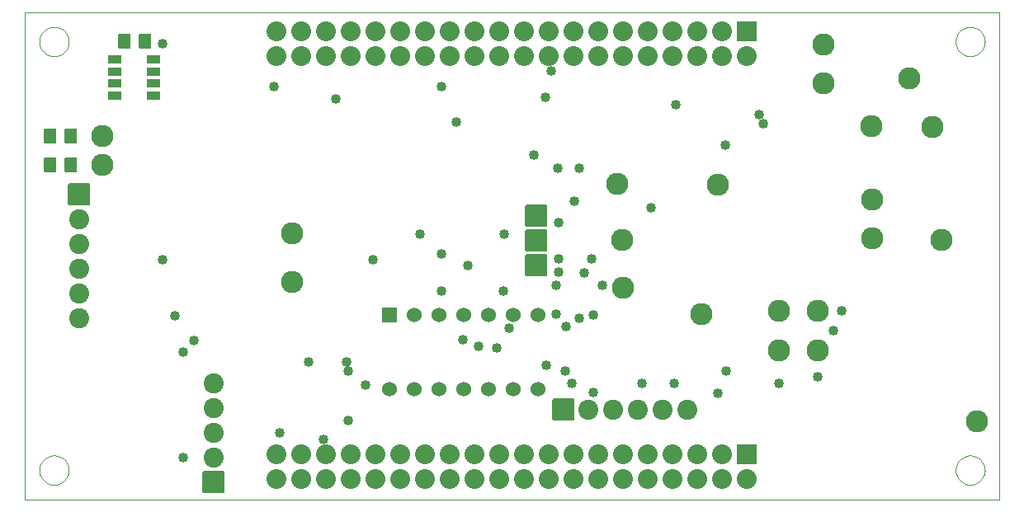
<source format=gbr>
G04 PROTEUS GERBER X2 FILE*
%TF.GenerationSoftware,Labcenter,Proteus,8.16-SP3-Build36097*%
%TF.CreationDate,2025-11-07T09:34:26+00:00*%
%TF.FileFunction,Soldermask,Top*%
%TF.FilePolarity,Negative*%
%TF.Part,Single*%
%TF.SameCoordinates,{86f2edb6-a998-41b4-a695-59585592bfa3}*%
%FSLAX45Y45*%
%MOMM*%
G01*
%TA.AperFunction,Material*%
%ADD34C,1.016000*%
%AMPPAD029*
4,1,36,
1.143000,1.016000,
1.143000,-1.016000,
1.140420,-1.041590,
1.133020,-1.065430,
1.121310,-1.087000,
1.105800,-1.105800,
1.087000,-1.121310,
1.065430,-1.133020,
1.041590,-1.140420,
1.016000,-1.143000,
-1.016000,-1.143000,
-1.041590,-1.140420,
-1.065430,-1.133020,
-1.087000,-1.121310,
-1.105800,-1.105800,
-1.121310,-1.087000,
-1.133020,-1.065430,
-1.140420,-1.041590,
-1.143000,-1.016000,
-1.143000,1.016000,
-1.140420,1.041590,
-1.133020,1.065430,
-1.121310,1.087000,
-1.105800,1.105800,
-1.087000,1.121310,
-1.065430,1.133020,
-1.041590,1.140420,
-1.016000,1.143000,
1.016000,1.143000,
1.041590,1.140420,
1.065430,1.133020,
1.087000,1.121310,
1.105800,1.105800,
1.121310,1.087000,
1.133020,1.065430,
1.140420,1.041590,
1.143000,1.016000,
0*%
%TA.AperFunction,Material*%
%ADD35PPAD029*%
%AMPPAD030*
4,1,36,
0.508000,-0.762000,
-0.508000,-0.762000,
-0.533590,-0.759420,
-0.557430,-0.752020,
-0.579000,-0.740310,
-0.597800,-0.724800,
-0.613310,-0.706000,
-0.625020,-0.684430,
-0.632420,-0.660590,
-0.635000,-0.635000,
-0.635000,0.635000,
-0.632420,0.660590,
-0.625020,0.684430,
-0.613310,0.706000,
-0.597800,0.724800,
-0.579000,0.740310,
-0.557430,0.752020,
-0.533590,0.759420,
-0.508000,0.762000,
0.508000,0.762000,
0.533590,0.759420,
0.557430,0.752020,
0.579000,0.740310,
0.597800,0.724800,
0.613310,0.706000,
0.625020,0.684430,
0.632420,0.660590,
0.635000,0.635000,
0.635000,-0.635000,
0.632420,-0.660590,
0.625020,-0.684430,
0.613310,-0.706000,
0.597800,-0.724800,
0.579000,-0.740310,
0.557430,-0.752020,
0.533590,-0.759420,
0.508000,-0.762000,
0*%
%TA.AperFunction,Material*%
%ADD36PPAD030*%
%AMPPAD031*
4,1,36,
-0.550000,0.427000,
0.550000,0.427000,
0.575590,0.424420,
0.599430,0.417020,
0.621000,0.405310,
0.639800,0.389800,
0.655310,0.371000,
0.667020,0.349430,
0.674420,0.325590,
0.677000,0.300000,
0.677000,-0.300000,
0.674420,-0.325590,
0.667020,-0.349430,
0.655310,-0.371000,
0.639800,-0.389800,
0.621000,-0.405310,
0.599430,-0.417020,
0.575590,-0.424420,
0.550000,-0.427000,
-0.550000,-0.427000,
-0.575590,-0.424420,
-0.599430,-0.417020,
-0.621000,-0.405310,
-0.639800,-0.389800,
-0.655310,-0.371000,
-0.667020,-0.349430,
-0.674420,-0.325590,
-0.677000,-0.300000,
-0.677000,0.300000,
-0.674420,0.325590,
-0.667020,0.349430,
-0.655310,0.371000,
-0.639800,0.389800,
-0.621000,0.405310,
-0.599430,0.417020,
-0.575590,0.424420,
-0.550000,0.427000,
0*%
%TA.AperFunction,Material*%
%ADD37PPAD031*%
%TA.AperFunction,Material*%
%ADD38C,2.286000*%
%AMPPAD033*
4,1,36,
-1.143000,1.016000,
-1.143000,-1.016000,
-1.140420,-1.041590,
-1.133020,-1.065430,
-1.121310,-1.087000,
-1.105800,-1.105800,
-1.087000,-1.121310,
-1.065430,-1.133020,
-1.041590,-1.140420,
-1.016000,-1.143000,
1.016000,-1.143000,
1.041590,-1.140420,
1.065430,-1.133020,
1.087000,-1.121310,
1.105800,-1.105800,
1.121310,-1.087000,
1.133020,-1.065430,
1.140420,-1.041590,
1.143000,-1.016000,
1.143000,1.016000,
1.140420,1.041590,
1.133020,1.065430,
1.121310,1.087000,
1.105800,1.105800,
1.087000,1.121310,
1.065430,1.133020,
1.041590,1.140420,
1.016000,1.143000,
-1.016000,1.143000,
-1.041590,1.140420,
-1.065430,1.133020,
-1.087000,1.121310,
-1.105800,1.105800,
-1.121310,1.087000,
-1.133020,1.065430,
-1.140420,1.041590,
-1.143000,1.016000,
0*%
%TA.AperFunction,Material*%
%ADD39PPAD033*%
%ADD40C,2.054000*%
%AMPPAD035*
4,1,36,
-0.635000,-0.762000,
0.635000,-0.762000,
0.660590,-0.759420,
0.684430,-0.752020,
0.706000,-0.740310,
0.724800,-0.724800,
0.740310,-0.706000,
0.752020,-0.684430,
0.759420,-0.660590,
0.762000,-0.635000,
0.762000,0.635000,
0.759420,0.660590,
0.752020,0.684430,
0.740310,0.706000,
0.724800,0.724800,
0.706000,0.740310,
0.684430,0.752020,
0.660590,0.759420,
0.635000,0.762000,
-0.635000,0.762000,
-0.660590,0.759420,
-0.684430,0.752020,
-0.706000,0.740310,
-0.724800,0.724800,
-0.740310,0.706000,
-0.752020,0.684430,
-0.759420,0.660590,
-0.762000,0.635000,
-0.762000,-0.635000,
-0.759420,-0.660590,
-0.752020,-0.684430,
-0.740310,-0.706000,
-0.724800,-0.724800,
-0.706000,-0.740310,
-0.684430,-0.752020,
-0.660590,-0.759420,
-0.635000,-0.762000,
0*%
%TA.AperFunction,Material*%
%ADD41PPAD035*%
%ADD42C,1.524000*%
%AMPPAD037*
4,1,36,
0.889000,-1.016000,
-0.889000,-1.016000,
-0.914590,-1.013420,
-0.938430,-1.006020,
-0.960000,-0.994310,
-0.978800,-0.978800,
-0.994310,-0.960000,
-1.006020,-0.938430,
-1.013420,-0.914590,
-1.016000,-0.889000,
-1.016000,0.889000,
-1.013420,0.914590,
-1.006020,0.938430,
-0.994310,0.960000,
-0.978800,0.978800,
-0.960000,0.994310,
-0.938430,1.006020,
-0.914590,1.013420,
-0.889000,1.016000,
0.889000,1.016000,
0.914590,1.013420,
0.938430,1.006020,
0.960000,0.994310,
0.978800,0.978800,
0.994310,0.960000,
1.006020,0.938430,
1.013420,0.914590,
1.016000,0.889000,
1.016000,-0.889000,
1.013420,-0.914590,
1.006020,-0.938430,
0.994310,-0.960000,
0.978800,-0.978800,
0.960000,-0.994310,
0.938430,-1.006020,
0.914590,-1.013420,
0.889000,-1.016000,
0*%
%TA.AperFunction,Material*%
%ADD43PPAD037*%
%ADD44C,2.032000*%
%TA.AperFunction,Profile*%
%ADD20C,0.101600*%
%TD.AperFunction*%
D34*
X+160000Y-530000D03*
X+110000Y+670000D03*
X+2010000Y+1560000D03*
X+1150000Y+1660000D03*
X-557000Y-632000D03*
X+1665500Y-1076500D03*
X-190000Y+1740000D03*
X+23360Y-620000D03*
X+1660000Y+1250000D03*
X-2030000Y-1220000D03*
X-874500Y-822500D03*
X-50000Y+80000D03*
X+290000Y+80000D03*
X-1470000Y+330000D03*
X-610000Y+330000D03*
X-48037Y-61963D03*
X+214706Y-68824D03*
X-980000Y+12000D03*
X+1133360Y-1200000D03*
X+2210000Y-1200000D03*
X+2850000Y-460000D03*
X-1030000Y-750000D03*
X+2610000Y-1130000D03*
X-686000Y-840000D03*
X+800000Y-1200000D03*
X+80000Y-1200000D03*
X-620500Y-251000D03*
X+14500Y-1076500D03*
X-1255500Y+1844500D03*
X-2970000Y+1844500D03*
X-176000Y-1013000D03*
X-4113000Y+2289000D03*
X+1580000Y-1300000D03*
X+300000Y-1290000D03*
X+2046500Y+1463500D03*
X-1100000Y+1480000D03*
X-60000Y+1010000D03*
X+160000Y+1010000D03*
X+2770000Y-660000D03*
X+300000Y-500000D03*
X-2208000Y-1584500D03*
X-3795500Y-759000D03*
X-4113000Y+66500D03*
X-1954000Y+66500D03*
X-49000Y+447500D03*
X-1255500Y+130000D03*
X-2230000Y-980000D03*
X-2620000Y-980000D03*
X+400000Y-190000D03*
X-80000Y-190000D03*
X-80000Y-490000D03*
X-303000Y+1146000D03*
X-3900000Y-1966000D03*
X-3900000Y-880000D03*
X+893971Y+603016D03*
X-2912000Y-1712000D03*
X-1255500Y-251000D03*
X-2335000Y+1717500D03*
X-2462000Y-1775000D03*
X-3986000Y-505000D03*
X-2208000Y-1076500D03*
X-130000Y+2010000D03*
D35*
X-280000Y+520000D03*
X-280000Y+266000D03*
X-280000Y+12000D03*
D36*
X-5056640Y+1340000D03*
X-5270000Y+1340000D03*
X-5056640Y+1040000D03*
X-5270000Y+1040000D03*
X-4508360Y+2315000D03*
X-4295000Y+2315000D03*
D37*
X-4210000Y+2130000D03*
X-4210000Y+2000000D03*
X-4210000Y+1880000D03*
X-4210000Y+1750000D03*
X-4610000Y+1750000D03*
X-4610000Y+1880000D03*
X-4610000Y+2000000D03*
X-4610000Y+2130000D03*
D38*
X+2670000Y+2280000D03*
X+2670000Y+1880000D03*
X+3550000Y+1930000D03*
X+3160000Y+1440000D03*
X+3780000Y+1430000D03*
X+3170000Y+690000D03*
X+3170000Y+290000D03*
X+3880000Y+270000D03*
X+550000Y+850000D03*
X+1580000Y+840000D03*
X+600000Y+270000D03*
X+610000Y-220000D03*
X+1410000Y-490000D03*
X+2210000Y-460000D03*
X+2610000Y-460000D03*
X+2210000Y-860000D03*
X+2610000Y-860000D03*
X-4730000Y+1340000D03*
X-4730000Y+1040000D03*
X-2790000Y+340000D03*
X-2790000Y-160000D03*
D39*
X-4970000Y+740000D03*
D40*
X-4970000Y+486000D03*
X-4970000Y+232000D03*
X-4970000Y-22000D03*
X-4970000Y-276000D03*
X-4970000Y-530000D03*
D41*
X-1790000Y-498000D03*
D42*
X-1536000Y-498000D03*
X-1282000Y-498000D03*
X-1028000Y-498000D03*
X-774000Y-498000D03*
X-520000Y-498000D03*
X-266000Y-498000D03*
X-266000Y-1260000D03*
X-520000Y-1260000D03*
X-774000Y-1260000D03*
X-1028000Y-1260000D03*
X-1282000Y-1260000D03*
X-1536000Y-1260000D03*
X-1790000Y-1260000D03*
D35*
X-3590000Y-2220000D03*
D40*
X-3590000Y-1966000D03*
X-3590000Y-1712000D03*
X-3590000Y-1458000D03*
X-3590000Y-1204000D03*
D38*
X+4240000Y-1590000D03*
D43*
X+1876000Y+2414000D03*
D44*
X+1622000Y+2414000D03*
X+1368000Y+2414000D03*
X+1114000Y+2414000D03*
X+860000Y+2414000D03*
X+606000Y+2414000D03*
X+352000Y+2414000D03*
X+98000Y+2414000D03*
X-156000Y+2414000D03*
X-410000Y+2414000D03*
X-664000Y+2414000D03*
X-918000Y+2414000D03*
X-1172000Y+2414000D03*
X-1426000Y+2414000D03*
X-1680000Y+2414000D03*
X-1934000Y+2414000D03*
X-2188000Y+2414000D03*
X-2442000Y+2414000D03*
X-2696000Y+2414000D03*
X-2950000Y+2414000D03*
X-2950000Y+2160000D03*
X-2696000Y+2160000D03*
X-2442000Y+2160000D03*
X-2188000Y+2160000D03*
X-1934000Y+2160000D03*
X-1680000Y+2160000D03*
X-1426000Y+2160000D03*
X-1172000Y+2160000D03*
X-918000Y+2160000D03*
X-664000Y+2160000D03*
X-410000Y+2160000D03*
X-156000Y+2160000D03*
X+98000Y+2160000D03*
X+352000Y+2160000D03*
X+606000Y+2160000D03*
X+860000Y+2160000D03*
X+1114000Y+2160000D03*
X+1368000Y+2160000D03*
X+1622000Y+2160000D03*
X+1876000Y+2160000D03*
D43*
X+1876000Y-1928620D03*
D44*
X+1622000Y-1928620D03*
X+1368000Y-1928620D03*
X+1114000Y-1928620D03*
X+860000Y-1928620D03*
X+606000Y-1928620D03*
X+352000Y-1928620D03*
X+98000Y-1928620D03*
X-156000Y-1928620D03*
X-410000Y-1928620D03*
X-664000Y-1928620D03*
X-918000Y-1928620D03*
X-1172000Y-1928620D03*
X-1426000Y-1928620D03*
X-1680000Y-1928620D03*
X-1934000Y-1928620D03*
X-2188000Y-1928620D03*
X-2442000Y-1928620D03*
X-2696000Y-1928620D03*
X-2950000Y-1928620D03*
X-2950000Y-2182620D03*
X-2696000Y-2182620D03*
X-2442000Y-2182620D03*
X-2188000Y-2182620D03*
X-1934000Y-2182620D03*
X-1680000Y-2182620D03*
X-1426000Y-2182620D03*
X-1172000Y-2182620D03*
X-918000Y-2182620D03*
X-664000Y-2182620D03*
X-410000Y-2182620D03*
X-156000Y-2182620D03*
X+98000Y-2182620D03*
X+352000Y-2182620D03*
X+606000Y-2182620D03*
X+860000Y-2182620D03*
X+1114000Y-2182620D03*
X+1368000Y-2182620D03*
X+1622000Y-2182620D03*
X+1876000Y-2182620D03*
D35*
X+0Y-1470000D03*
D40*
X+254000Y-1470000D03*
X+508000Y-1470000D03*
X+762000Y-1470000D03*
X+1016000Y-1470000D03*
X+1270000Y-1470000D03*
D20*
X-5528000Y-2391260D02*
X+4472000Y-2391260D01*
X+4472000Y+2608740D01*
X-5528000Y+2608740D01*
X-5528000Y-2391260D01*
X+4322000Y+2308740D02*
X+4321498Y+2320998D01*
X+4317422Y+2345515D01*
X+4308906Y+2370032D01*
X+4295032Y+2394549D01*
X+4273806Y+2418901D01*
X+4249289Y+2437295D01*
X+4224772Y+2449151D01*
X+4200255Y+2456055D01*
X+4175738Y+2458693D01*
X+4172000Y+2458740D01*
X+4022000Y+2308740D02*
X+4022502Y+2320998D01*
X+4026578Y+2345515D01*
X+4035094Y+2370032D01*
X+4048968Y+2394549D01*
X+4070194Y+2418901D01*
X+4094711Y+2437295D01*
X+4119228Y+2449151D01*
X+4143745Y+2456055D01*
X+4168262Y+2458693D01*
X+4172000Y+2458740D01*
X+4022000Y+2308740D02*
X+4022502Y+2296482D01*
X+4026578Y+2271965D01*
X+4035094Y+2247448D01*
X+4048968Y+2222931D01*
X+4070194Y+2198579D01*
X+4094711Y+2180185D01*
X+4119228Y+2168329D01*
X+4143745Y+2161425D01*
X+4168262Y+2158787D01*
X+4172000Y+2158740D01*
X+4322000Y+2308740D02*
X+4321498Y+2296482D01*
X+4317422Y+2271965D01*
X+4308906Y+2247448D01*
X+4295032Y+2222931D01*
X+4273806Y+2198579D01*
X+4249289Y+2180185D01*
X+4224772Y+2168329D01*
X+4200255Y+2161425D01*
X+4175738Y+2158787D01*
X+4172000Y+2158740D01*
X+4322000Y-2091260D02*
X+4321498Y-2079002D01*
X+4317422Y-2054485D01*
X+4308906Y-2029968D01*
X+4295032Y-2005451D01*
X+4273806Y-1981099D01*
X+4249289Y-1962705D01*
X+4224772Y-1950849D01*
X+4200255Y-1943945D01*
X+4175738Y-1941307D01*
X+4172000Y-1941260D01*
X+4022000Y-2091260D02*
X+4022502Y-2079002D01*
X+4026578Y-2054485D01*
X+4035094Y-2029968D01*
X+4048968Y-2005451D01*
X+4070194Y-1981099D01*
X+4094711Y-1962705D01*
X+4119228Y-1950849D01*
X+4143745Y-1943945D01*
X+4168262Y-1941307D01*
X+4172000Y-1941260D01*
X+4022000Y-2091260D02*
X+4022502Y-2103518D01*
X+4026578Y-2128035D01*
X+4035094Y-2152552D01*
X+4048968Y-2177069D01*
X+4070194Y-2201421D01*
X+4094711Y-2219815D01*
X+4119228Y-2231671D01*
X+4143745Y-2238575D01*
X+4168262Y-2241213D01*
X+4172000Y-2241260D01*
X+4322000Y-2091260D02*
X+4321498Y-2103518D01*
X+4317422Y-2128035D01*
X+4308906Y-2152552D01*
X+4295032Y-2177069D01*
X+4273806Y-2201421D01*
X+4249289Y-2219815D01*
X+4224772Y-2231671D01*
X+4200255Y-2238575D01*
X+4175738Y-2241213D01*
X+4172000Y-2241260D01*
X-5078000Y-2091260D02*
X-5078502Y-2079002D01*
X-5082578Y-2054485D01*
X-5091094Y-2029968D01*
X-5104968Y-2005451D01*
X-5126194Y-1981099D01*
X-5150711Y-1962705D01*
X-5175228Y-1950849D01*
X-5199745Y-1943945D01*
X-5224262Y-1941307D01*
X-5228000Y-1941260D01*
X-5378000Y-2091260D02*
X-5377498Y-2079002D01*
X-5373422Y-2054485D01*
X-5364906Y-2029968D01*
X-5351032Y-2005451D01*
X-5329806Y-1981099D01*
X-5305289Y-1962705D01*
X-5280772Y-1950849D01*
X-5256255Y-1943945D01*
X-5231738Y-1941307D01*
X-5228000Y-1941260D01*
X-5378000Y-2091260D02*
X-5377498Y-2103518D01*
X-5373422Y-2128035D01*
X-5364906Y-2152552D01*
X-5351032Y-2177069D01*
X-5329806Y-2201421D01*
X-5305289Y-2219815D01*
X-5280772Y-2231671D01*
X-5256255Y-2238575D01*
X-5231738Y-2241213D01*
X-5228000Y-2241260D01*
X-5078000Y-2091260D02*
X-5078502Y-2103518D01*
X-5082578Y-2128035D01*
X-5091094Y-2152552D01*
X-5104968Y-2177069D01*
X-5126194Y-2201421D01*
X-5150711Y-2219815D01*
X-5175228Y-2231671D01*
X-5199745Y-2238575D01*
X-5224262Y-2241213D01*
X-5228000Y-2241260D01*
X-5078000Y+2308740D02*
X-5078502Y+2320998D01*
X-5082578Y+2345515D01*
X-5091094Y+2370032D01*
X-5104968Y+2394549D01*
X-5126194Y+2418901D01*
X-5150711Y+2437295D01*
X-5175228Y+2449151D01*
X-5199745Y+2456055D01*
X-5224262Y+2458693D01*
X-5228000Y+2458740D01*
X-5378000Y+2308740D02*
X-5377498Y+2320998D01*
X-5373422Y+2345515D01*
X-5364906Y+2370032D01*
X-5351032Y+2394549D01*
X-5329806Y+2418901D01*
X-5305289Y+2437295D01*
X-5280772Y+2449151D01*
X-5256255Y+2456055D01*
X-5231738Y+2458693D01*
X-5228000Y+2458740D01*
X-5378000Y+2308740D02*
X-5377498Y+2296482D01*
X-5373422Y+2271965D01*
X-5364906Y+2247448D01*
X-5351032Y+2222931D01*
X-5329806Y+2198579D01*
X-5305289Y+2180185D01*
X-5280772Y+2168329D01*
X-5256255Y+2161425D01*
X-5231738Y+2158787D01*
X-5228000Y+2158740D01*
X-5078000Y+2308740D02*
X-5078502Y+2296482D01*
X-5082578Y+2271965D01*
X-5091094Y+2247448D01*
X-5104968Y+2222931D01*
X-5126194Y+2198579D01*
X-5150711Y+2180185D01*
X-5175228Y+2168329D01*
X-5199745Y+2161425D01*
X-5224262Y+2158787D01*
X-5228000Y+2158740D01*
M02*

</source>
